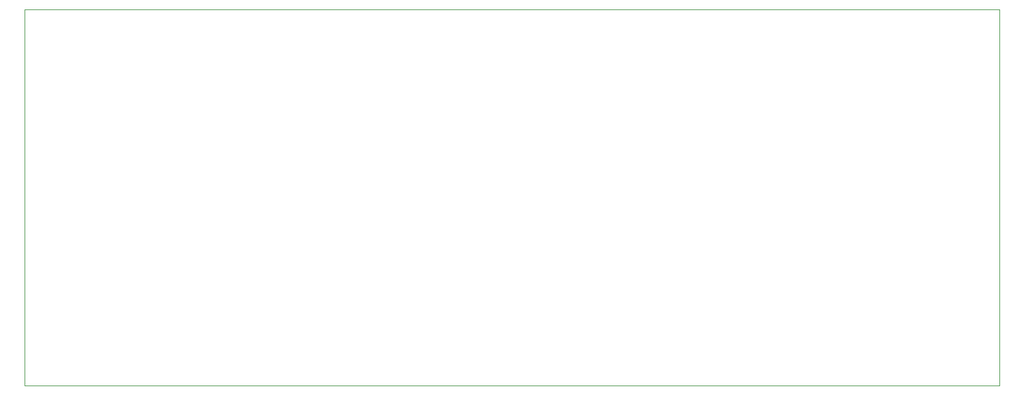
<source format=gbr>
%TF.GenerationSoftware,KiCad,Pcbnew,5.1.6-c6e7f7d~86~ubuntu18.04.1*%
%TF.CreationDate,2020-08-05T17:02:07-04:00*%
%TF.ProjectId,cabletester,6361626c-6574-4657-9374-65722e6b6963,rev?*%
%TF.SameCoordinates,Original*%
%TF.FileFunction,Profile,NP*%
%FSLAX46Y46*%
G04 Gerber Fmt 4.6, Leading zero omitted, Abs format (unit mm)*
G04 Created by KiCad (PCBNEW 5.1.6-c6e7f7d~86~ubuntu18.04.1) date 2020-08-05 17:02:07*
%MOMM*%
%LPD*%
G01*
G04 APERTURE LIST*
%TA.AperFunction,Profile*%
%ADD10C,0.050000*%
%TD*%
G04 APERTURE END LIST*
D10*
X62000000Y-84500000D02*
X62000000Y-34000000D01*
X193000000Y-84500000D02*
X62000000Y-84500000D01*
X193000000Y-34000000D02*
X193000000Y-84500000D01*
X62000000Y-34000000D02*
X193000000Y-34000000D01*
M02*

</source>
